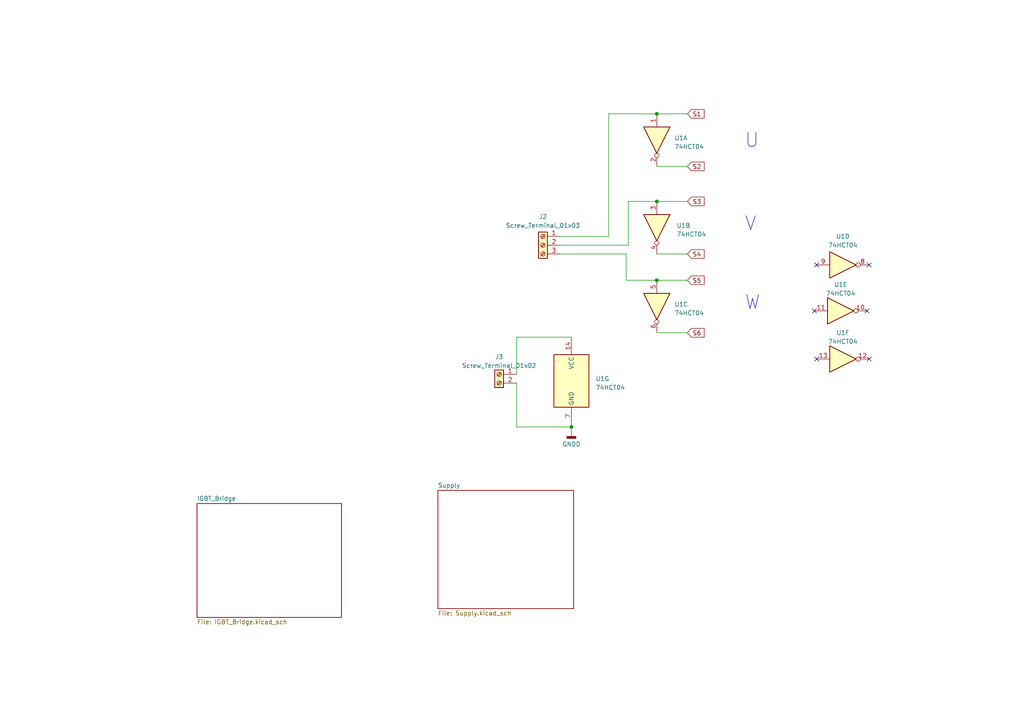
<source format=kicad_sch>
(kicad_sch (version 20230121) (generator eeschema)

  (uuid d654f645-a84e-4d76-9dd7-4a886e02c083)

  (paper "A4")

  (lib_symbols
    (symbol "74xx:74HCT04" (in_bom yes) (on_board yes)
      (property "Reference" "U" (at 0 1.27 0)
        (effects (font (size 1.27 1.27)))
      )
      (property "Value" "74HCT04" (at 0 -1.27 0)
        (effects (font (size 1.27 1.27)))
      )
      (property "Footprint" "" (at 0 0 0)
        (effects (font (size 1.27 1.27)) hide)
      )
      (property "Datasheet" "https://assets.nexperia.com/documents/data-sheet/74HC_HCT04.pdf" (at 0 0 0)
        (effects (font (size 1.27 1.27)) hide)
      )
      (property "ki_locked" "" (at 0 0 0)
        (effects (font (size 1.27 1.27)))
      )
      (property "ki_keywords" "HCTMOS not inv" (at 0 0 0)
        (effects (font (size 1.27 1.27)) hide)
      )
      (property "ki_description" "Hex Inverter" (at 0 0 0)
        (effects (font (size 1.27 1.27)) hide)
      )
      (property "ki_fp_filters" "DIP*W7.62mm* SSOP?14* TSSOP?14*" (at 0 0 0)
        (effects (font (size 1.27 1.27)) hide)
      )
      (symbol "74HCT04_1_0"
        (polyline
          (pts
            (xy -3.81 3.81)
            (xy -3.81 -3.81)
            (xy 3.81 0)
            (xy -3.81 3.81)
          )
          (stroke (width 0.254) (type default))
          (fill (type background))
        )
        (pin input line (at -7.62 0 0) (length 3.81)
          (name "~" (effects (font (size 1.27 1.27))))
          (number "1" (effects (font (size 1.27 1.27))))
        )
        (pin output inverted (at 7.62 0 180) (length 3.81)
          (name "~" (effects (font (size 1.27 1.27))))
          (number "2" (effects (font (size 1.27 1.27))))
        )
      )
      (symbol "74HCT04_2_0"
        (polyline
          (pts
            (xy -3.81 3.81)
            (xy -3.81 -3.81)
            (xy 3.81 0)
            (xy -3.81 3.81)
          )
          (stroke (width 0.254) (type default))
          (fill (type background))
        )
        (pin input line (at -7.62 0 0) (length 3.81)
          (name "~" (effects (font (size 1.27 1.27))))
          (number "3" (effects (font (size 1.27 1.27))))
        )
        (pin output inverted (at 7.62 0 180) (length 3.81)
          (name "~" (effects (font (size 1.27 1.27))))
          (number "4" (effects (font (size 1.27 1.27))))
        )
      )
      (symbol "74HCT04_3_0"
        (polyline
          (pts
            (xy -3.81 3.81)
            (xy -3.81 -3.81)
            (xy 3.81 0)
            (xy -3.81 3.81)
          )
          (stroke (width 0.254) (type default))
          (fill (type background))
        )
        (pin input line (at -7.62 0 0) (length 3.81)
          (name "~" (effects (font (size 1.27 1.27))))
          (number "5" (effects (font (size 1.27 1.27))))
        )
        (pin output inverted (at 7.62 0 180) (length 3.81)
          (name "~" (effects (font (size 1.27 1.27))))
          (number "6" (effects (font (size 1.27 1.27))))
        )
      )
      (symbol "74HCT04_4_0"
        (polyline
          (pts
            (xy -3.81 3.81)
            (xy -3.81 -3.81)
            (xy 3.81 0)
            (xy -3.81 3.81)
          )
          (stroke (width 0.254) (type default))
          (fill (type background))
        )
        (pin output inverted (at 7.62 0 180) (length 3.81)
          (name "~" (effects (font (size 1.27 1.27))))
          (number "8" (effects (font (size 1.27 1.27))))
        )
        (pin input line (at -7.62 0 0) (length 3.81)
          (name "~" (effects (font (size 1.27 1.27))))
          (number "9" (effects (font (size 1.27 1.27))))
        )
      )
      (symbol "74HCT04_5_0"
        (polyline
          (pts
            (xy -3.81 3.81)
            (xy -3.81 -3.81)
            (xy 3.81 0)
            (xy -3.81 3.81)
          )
          (stroke (width 0.254) (type default))
          (fill (type background))
        )
        (pin output inverted (at 7.62 0 180) (length 3.81)
          (name "~" (effects (font (size 1.27 1.27))))
          (number "10" (effects (font (size 1.27 1.27))))
        )
        (pin input line (at -7.62 0 0) (length 3.81)
          (name "~" (effects (font (size 1.27 1.27))))
          (number "11" (effects (font (size 1.27 1.27))))
        )
      )
      (symbol "74HCT04_6_0"
        (polyline
          (pts
            (xy -3.81 3.81)
            (xy -3.81 -3.81)
            (xy 3.81 0)
            (xy -3.81 3.81)
          )
          (stroke (width 0.254) (type default))
          (fill (type background))
        )
        (pin output inverted (at 7.62 0 180) (length 3.81)
          (name "~" (effects (font (size 1.27 1.27))))
          (number "12" (effects (font (size 1.27 1.27))))
        )
        (pin input line (at -7.62 0 0) (length 3.81)
          (name "~" (effects (font (size 1.27 1.27))))
          (number "13" (effects (font (size 1.27 1.27))))
        )
      )
      (symbol "74HCT04_7_0"
        (pin power_in line (at 0 12.7 270) (length 5.08)
          (name "VCC" (effects (font (size 1.27 1.27))))
          (number "14" (effects (font (size 1.27 1.27))))
        )
        (pin power_in line (at 0 -12.7 90) (length 5.08)
          (name "GND" (effects (font (size 1.27 1.27))))
          (number "7" (effects (font (size 1.27 1.27))))
        )
      )
      (symbol "74HCT04_7_1"
        (rectangle (start -5.08 7.62) (end 5.08 -7.62)
          (stroke (width 0.254) (type default))
          (fill (type background))
        )
      )
    )
    (symbol "Connector:Screw_Terminal_01x02" (pin_names (offset 1.016) hide) (in_bom yes) (on_board yes)
      (property "Reference" "J" (at 0 2.54 0)
        (effects (font (size 1.27 1.27)))
      )
      (property "Value" "Screw_Terminal_01x02" (at 0 -5.08 0)
        (effects (font (size 1.27 1.27)))
      )
      (property "Footprint" "" (at 0 0 0)
        (effects (font (size 1.27 1.27)) hide)
      )
      (property "Datasheet" "~" (at 0 0 0)
        (effects (font (size 1.27 1.27)) hide)
      )
      (property "ki_keywords" "screw terminal" (at 0 0 0)
        (effects (font (size 1.27 1.27)) hide)
      )
      (property "ki_description" "Generic screw terminal, single row, 01x02, script generated (kicad-library-utils/schlib/autogen/connector/)" (at 0 0 0)
        (effects (font (size 1.27 1.27)) hide)
      )
      (property "ki_fp_filters" "TerminalBlock*:*" (at 0 0 0)
        (effects (font (size 1.27 1.27)) hide)
      )
      (symbol "Screw_Terminal_01x02_1_1"
        (rectangle (start -1.27 1.27) (end 1.27 -3.81)
          (stroke (width 0.254) (type default))
          (fill (type background))
        )
        (circle (center 0 -2.54) (radius 0.635)
          (stroke (width 0.1524) (type default))
          (fill (type none))
        )
        (polyline
          (pts
            (xy -0.5334 -2.2098)
            (xy 0.3302 -3.048)
          )
          (stroke (width 0.1524) (type default))
          (fill (type none))
        )
        (polyline
          (pts
            (xy -0.5334 0.3302)
            (xy 0.3302 -0.508)
          )
          (stroke (width 0.1524) (type default))
          (fill (type none))
        )
        (polyline
          (pts
            (xy -0.3556 -2.032)
            (xy 0.508 -2.8702)
          )
          (stroke (width 0.1524) (type default))
          (fill (type none))
        )
        (polyline
          (pts
            (xy -0.3556 0.508)
            (xy 0.508 -0.3302)
          )
          (stroke (width 0.1524) (type default))
          (fill (type none))
        )
        (circle (center 0 0) (radius 0.635)
          (stroke (width 0.1524) (type default))
          (fill (type none))
        )
        (pin passive line (at -5.08 0 0) (length 3.81)
          (name "Pin_1" (effects (font (size 1.27 1.27))))
          (number "1" (effects (font (size 1.27 1.27))))
        )
        (pin passive line (at -5.08 -2.54 0) (length 3.81)
          (name "Pin_2" (effects (font (size 1.27 1.27))))
          (number "2" (effects (font (size 1.27 1.27))))
        )
      )
    )
    (symbol "Connector:Screw_Terminal_01x03" (pin_names (offset 1.016) hide) (in_bom yes) (on_board yes)
      (property "Reference" "J" (at 0 5.08 0)
        (effects (font (size 1.27 1.27)))
      )
      (property "Value" "Screw_Terminal_01x03" (at 0 -5.08 0)
        (effects (font (size 1.27 1.27)))
      )
      (property "Footprint" "" (at 0 0 0)
        (effects (font (size 1.27 1.27)) hide)
      )
      (property "Datasheet" "~" (at 0 0 0)
        (effects (font (size 1.27 1.27)) hide)
      )
      (property "ki_keywords" "screw terminal" (at 0 0 0)
        (effects (font (size 1.27 1.27)) hide)
      )
      (property "ki_description" "Generic screw terminal, single row, 01x03, script generated (kicad-library-utils/schlib/autogen/connector/)" (at 0 0 0)
        (effects (font (size 1.27 1.27)) hide)
      )
      (property "ki_fp_filters" "TerminalBlock*:*" (at 0 0 0)
        (effects (font (size 1.27 1.27)) hide)
      )
      (symbol "Screw_Terminal_01x03_1_1"
        (rectangle (start -1.27 3.81) (end 1.27 -3.81)
          (stroke (width 0.254) (type default))
          (fill (type background))
        )
        (circle (center 0 -2.54) (radius 0.635)
          (stroke (width 0.1524) (type default))
          (fill (type none))
        )
        (polyline
          (pts
            (xy -0.5334 -2.2098)
            (xy 0.3302 -3.048)
          )
          (stroke (width 0.1524) (type default))
          (fill (type none))
        )
        (polyline
          (pts
            (xy -0.5334 0.3302)
            (xy 0.3302 -0.508)
          )
          (stroke (width 0.1524) (type default))
          (fill (type none))
        )
        (polyline
          (pts
            (xy -0.5334 2.8702)
            (xy 0.3302 2.032)
          )
          (stroke (width 0.1524) (type default))
          (fill (type none))
        )
        (polyline
          (pts
            (xy -0.3556 -2.032)
            (xy 0.508 -2.8702)
          )
          (stroke (width 0.1524) (type default))
          (fill (type none))
        )
        (polyline
          (pts
            (xy -0.3556 0.508)
            (xy 0.508 -0.3302)
          )
          (stroke (width 0.1524) (type default))
          (fill (type none))
        )
        (polyline
          (pts
            (xy -0.3556 3.048)
            (xy 0.508 2.2098)
          )
          (stroke (width 0.1524) (type default))
          (fill (type none))
        )
        (circle (center 0 0) (radius 0.635)
          (stroke (width 0.1524) (type default))
          (fill (type none))
        )
        (circle (center 0 2.54) (radius 0.635)
          (stroke (width 0.1524) (type default))
          (fill (type none))
        )
        (pin passive line (at -5.08 2.54 0) (length 3.81)
          (name "Pin_1" (effects (font (size 1.27 1.27))))
          (number "1" (effects (font (size 1.27 1.27))))
        )
        (pin passive line (at -5.08 0 0) (length 3.81)
          (name "Pin_2" (effects (font (size 1.27 1.27))))
          (number "2" (effects (font (size 1.27 1.27))))
        )
        (pin passive line (at -5.08 -2.54 0) (length 3.81)
          (name "Pin_3" (effects (font (size 1.27 1.27))))
          (number "3" (effects (font (size 1.27 1.27))))
        )
      )
    )
    (symbol "power:GNDD" (power) (pin_names (offset 0)) (in_bom yes) (on_board yes)
      (property "Reference" "#PWR" (at 0 -6.35 0)
        (effects (font (size 1.27 1.27)) hide)
      )
      (property "Value" "GNDD" (at 0 -3.175 0)
        (effects (font (size 1.27 1.27)))
      )
      (property "Footprint" "" (at 0 0 0)
        (effects (font (size 1.27 1.27)) hide)
      )
      (property "Datasheet" "" (at 0 0 0)
        (effects (font (size 1.27 1.27)) hide)
      )
      (property "ki_keywords" "global power" (at 0 0 0)
        (effects (font (size 1.27 1.27)) hide)
      )
      (property "ki_description" "Power symbol creates a global label with name \"GNDD\" , digital ground" (at 0 0 0)
        (effects (font (size 1.27 1.27)) hide)
      )
      (symbol "GNDD_0_1"
        (rectangle (start -1.27 -1.524) (end 1.27 -2.032)
          (stroke (width 0.254) (type default))
          (fill (type outline))
        )
        (polyline
          (pts
            (xy 0 0)
            (xy 0 -1.524)
          )
          (stroke (width 0) (type default))
          (fill (type none))
        )
      )
      (symbol "GNDD_1_1"
        (pin power_in line (at 0 0 270) (length 0) hide
          (name "GNDD" (effects (font (size 1.27 1.27))))
          (number "1" (effects (font (size 1.27 1.27))))
        )
      )
    )
  )

  (junction (at 190.5 58.42) (diameter 0) (color 0 0 0 0)
    (uuid 2b2b176f-1687-4ca0-8c8d-56934bece40e)
  )
  (junction (at 190.5 33.02) (diameter 0) (color 0 0 0 0)
    (uuid 2ff4098d-f004-4d7a-89dd-14b76656ec31)
  )
  (junction (at 190.5 81.28) (diameter 0) (color 0 0 0 0)
    (uuid cd9c87c3-b869-42cd-ab22-205edbbda45d)
  )
  (junction (at 165.735 123.825) (diameter 0) (color 0 0 0 0)
    (uuid e56009ca-2ef1-400a-8185-2ca51421729b)
  )

  (no_connect (at 236.22 90.17) (uuid 0d37b93a-8763-46ca-9991-275bac8c0332))
  (no_connect (at 252.095 104.14) (uuid 62e28333-6505-4280-9775-b12af5c4b48f))
  (no_connect (at 236.855 104.14) (uuid 7e7aa57c-4061-4e7b-b91d-7f695d920799))
  (no_connect (at 236.855 76.835) (uuid 98e7a979-058e-4d3b-99de-84caa3ba05b1))
  (no_connect (at 251.46 90.17) (uuid 9f08dd0d-ee50-48d2-954e-1334e7cfd0e0))
  (no_connect (at 252.095 76.835) (uuid f02c5a1f-b521-41c6-b162-f4499e967193))

  (wire (pts (xy 190.5 48.26) (xy 199.39 48.26))
    (stroke (width 0) (type default))
    (uuid 0510a2e6-535f-4da9-998d-3337a21dcfb9)
  )
  (wire (pts (xy 190.5 58.42) (xy 199.39 58.42))
    (stroke (width 0) (type default))
    (uuid 0c57de4d-0927-4785-99eb-54c1c91b40db)
  )
  (wire (pts (xy 190.5 81.28) (xy 199.39 81.28))
    (stroke (width 0) (type default))
    (uuid 18b2c801-c4ce-46d7-86b2-f5816176551d)
  )
  (wire (pts (xy 162.56 71.12) (xy 182.245 71.12))
    (stroke (width 0) (type default))
    (uuid 2cd41033-08e4-4155-a2f7-c9fbd4edeef4)
  )
  (wire (pts (xy 181.61 81.28) (xy 190.5 81.28))
    (stroke (width 0) (type default))
    (uuid 43597d7c-312a-46e8-a7d1-a34a2a75a28b)
  )
  (wire (pts (xy 182.245 71.12) (xy 182.245 58.42))
    (stroke (width 0) (type default))
    (uuid 61bd37bf-358a-4329-9133-7aa5b843f000)
  )
  (wire (pts (xy 190.5 96.52) (xy 199.39 96.52))
    (stroke (width 0) (type default))
    (uuid 66206344-c122-4bb8-a24c-7324ca52c3bc)
  )
  (wire (pts (xy 190.5 73.66) (xy 199.39 73.66))
    (stroke (width 0) (type default))
    (uuid 6885cdcd-4d00-42cd-8d32-8b3bc80d2e48)
  )
  (wire (pts (xy 149.86 97.79) (xy 165.735 97.79))
    (stroke (width 0) (type default))
    (uuid 7f777728-29b7-4fea-8fbc-d61d4bbc13dd)
  )
  (wire (pts (xy 176.53 68.58) (xy 176.53 33.02))
    (stroke (width 0) (type default))
    (uuid 80008653-8e04-48d0-b6bd-b4228f009437)
  )
  (wire (pts (xy 182.245 58.42) (xy 190.5 58.42))
    (stroke (width 0) (type default))
    (uuid 8d004c15-605d-4b43-ba9f-49b1eb3fd037)
  )
  (wire (pts (xy 149.86 111.125) (xy 149.86 123.825))
    (stroke (width 0) (type default))
    (uuid 8f6e1bdc-957e-4a14-87fa-b94463d91040)
  )
  (wire (pts (xy 181.61 73.66) (xy 181.61 81.28))
    (stroke (width 0) (type default))
    (uuid 94b1bab3-7899-48f2-8d73-60e0c6b3be41)
  )
  (wire (pts (xy 162.56 68.58) (xy 176.53 68.58))
    (stroke (width 0) (type default))
    (uuid 975fb067-ece9-43a6-a0b7-87c6d35ab9bd)
  )
  (wire (pts (xy 149.86 108.585) (xy 149.86 97.79))
    (stroke (width 0) (type default))
    (uuid af19df71-d238-4bba-bbdc-def56af2f6f3)
  )
  (wire (pts (xy 165.735 123.825) (xy 165.735 123.19))
    (stroke (width 0) (type default))
    (uuid c81f085e-33a7-4bcf-b486-57181d8eb2ea)
  )
  (wire (pts (xy 162.56 73.66) (xy 181.61 73.66))
    (stroke (width 0) (type default))
    (uuid eadb728b-54ba-471d-9fbd-3b9234c5dc4f)
  )
  (wire (pts (xy 165.735 125.095) (xy 165.735 123.825))
    (stroke (width 0) (type default))
    (uuid eb6731c0-36e7-4ba3-957c-af836b435324)
  )
  (wire (pts (xy 190.5 33.02) (xy 199.39 33.02))
    (stroke (width 0) (type default))
    (uuid ecf8b335-3b85-40e3-91ca-b868765cacbf)
  )
  (wire (pts (xy 176.53 33.02) (xy 190.5 33.02))
    (stroke (width 0) (type default))
    (uuid fb9bed03-aaf3-4e59-a000-7698ca47d131)
  )
  (wire (pts (xy 149.86 123.825) (xy 165.735 123.825))
    (stroke (width 0) (type default))
    (uuid fd50c573-2246-4833-a9ba-bfa166bdab7d)
  )

  (text "U" (at 215.9 43.18 0)
    (effects (font (size 4 4)) (justify left bottom))
    (uuid 83cf44bb-9a4d-4398-8251-649fd6ce6052)
  )
  (text "W" (at 215.9 90.17 0)
    (effects (font (size 4 4)) (justify left bottom))
    (uuid abc67efb-53e9-4d14-a09f-d118501bcc0e)
  )
  (text "V" (at 215.9 67.31 0)
    (effects (font (size 4 4)) (justify left bottom))
    (uuid d30e5781-c7f1-4abb-85e9-1c9462a08652)
  )

  (global_label "S2" (shape input) (at 199.39 48.26 0) (fields_autoplaced)
    (effects (font (size 1.27 1.27)) (justify left))
    (uuid 0234db8d-245a-408a-9887-7adfc1eb9606)
    (property "Intersheetrefs" "${INTERSHEET_REFS}" (at 204.7148 48.26 0)
      (effects (font (size 1.27 1.27)) (justify left) hide)
    )
  )
  (global_label "S6" (shape input) (at 199.39 96.52 0) (fields_autoplaced)
    (effects (font (size 1.27 1.27)) (justify left))
    (uuid 0da35589-3d46-41a0-bf5a-a85a40ee4fc3)
    (property "Intersheetrefs" "${INTERSHEET_REFS}" (at 204.7148 96.52 0)
      (effects (font (size 1.27 1.27)) (justify left) hide)
    )
  )
  (global_label "S4" (shape input) (at 199.39 73.66 0) (fields_autoplaced)
    (effects (font (size 1.27 1.27)) (justify left))
    (uuid 842debe2-c513-4b55-ba46-e5a8c2e63afb)
    (property "Intersheetrefs" "${INTERSHEET_REFS}" (at 204.7148 73.66 0)
      (effects (font (size 1.27 1.27)) (justify left) hide)
    )
  )
  (global_label "S3" (shape input) (at 199.39 58.42 0) (fields_autoplaced)
    (effects (font (size 1.27 1.27)) (justify left))
    (uuid c8c2e90b-d44d-4ed1-ba1b-1f84e4b6a771)
    (property "Intersheetrefs" "${INTERSHEET_REFS}" (at 204.7148 58.42 0)
      (effects (font (size 1.27 1.27)) (justify left) hide)
    )
  )
  (global_label "S5" (shape input) (at 199.39 81.28 0) (fields_autoplaced)
    (effects (font (size 1.27 1.27)) (justify left))
    (uuid cff58683-c4d4-45bc-8cf2-36b664e857a3)
    (property "Intersheetrefs" "${INTERSHEET_REFS}" (at 204.7148 81.28 0)
      (effects (font (size 1.27 1.27)) (justify left) hide)
    )
  )
  (global_label "S1" (shape input) (at 199.39 33.02 0) (fields_autoplaced)
    (effects (font (size 1.27 1.27)) (justify left))
    (uuid ee76680a-cd5b-4615-afb1-6aebcf5a0f6c)
    (property "Intersheetrefs" "${INTERSHEET_REFS}" (at 204.7148 33.02 0)
      (effects (font (size 1.27 1.27)) (justify left) hide)
    )
  )

  (symbol (lib_id "74xx:74HCT04") (at 165.735 110.49 0) (unit 7)
    (in_bom yes) (on_board yes) (dnp no) (fields_autoplaced)
    (uuid 08a848ff-4129-4704-8a7f-660c8ccae8b1)
    (property "Reference" "U1" (at 172.72 109.855 0)
      (effects (font (size 1.27 1.27)) (justify left))
    )
    (property "Value" "74HCT04" (at 172.72 112.395 0)
      (effects (font (size 1.27 1.27)) (justify left))
    )
    (property "Footprint" "Package_DIP:DIP-14_W7.62mm_LongPads" (at 165.735 110.49 0)
      (effects (font (size 1.27 1.27)) hide)
    )
    (property "Datasheet" "https://assets.nexperia.com/documents/data-sheet/74HC_HCT04.pdf" (at 165.735 110.49 0)
      (effects (font (size 1.27 1.27)) hide)
    )
    (pin "1" (uuid 80215921-4e82-4dfe-9995-c2be89f244d8))
    (pin "2" (uuid 156fc08a-bb3c-43f6-9b0f-efd250ea5030))
    (pin "3" (uuid 181e628a-1848-4a4d-be87-38545abb4a5d))
    (pin "4" (uuid 2ffba17d-6367-415b-acc1-be4d7d6f1086))
    (pin "5" (uuid ca665c76-1c6e-4d0a-8e59-eb1f301a33d2))
    (pin "6" (uuid 25ea9ff2-baf4-4666-8df8-2f758836df62))
    (pin "8" (uuid 8c73ea19-89de-4f24-a8c1-06d9b81cb5d6))
    (pin "9" (uuid 21f47b3e-a5d7-4bd4-8759-32e266a56128))
    (pin "10" (uuid cf5752e4-17b1-48b5-a949-dd29cb5dfc04))
    (pin "11" (uuid a0817e40-c51c-4e0f-9ebe-99d9d0fbd35d))
    (pin "12" (uuid 88f7b22c-6d01-49a9-b876-19bea12391cd))
    (pin "13" (uuid b3efcbd6-5011-44fb-8d17-a4767221dbae))
    (pin "14" (uuid 328ce3a1-238d-46b3-b62e-b4788e43d8fc))
    (pin "7" (uuid d6b987a7-8fcf-4365-bed4-d35a005d59ea))
    (instances
      (project "motor_driver"
        (path "/d654f645-a84e-4d76-9dd7-4a886e02c083"
          (reference "U1") (unit 7)
        )
      )
    )
  )

  (symbol (lib_id "Connector:Screw_Terminal_01x03") (at 157.48 71.12 0) (mirror y) (unit 1)
    (in_bom yes) (on_board yes) (dnp no) (fields_autoplaced)
    (uuid 292866bf-68de-429d-b81f-2632cd66193d)
    (property "Reference" "J2" (at 157.48 62.865 0)
      (effects (font (size 1.27 1.27)))
    )
    (property "Value" "Screw_Terminal_01x03" (at 157.48 65.405 0)
      (effects (font (size 1.27 1.27)))
    )
    (property "Footprint" "TerminalBlock_Dinkle:TerminalBlock_Dinkle_DT-55-B01X-03_P10.00mm" (at 157.48 71.12 0)
      (effects (font (size 1.27 1.27)) hide)
    )
    (property "Datasheet" "~" (at 157.48 71.12 0)
      (effects (font (size 1.27 1.27)) hide)
    )
    (pin "1" (uuid ebc64e4c-4c60-4a43-b122-ef2235fa561a))
    (pin "2" (uuid f226ee3a-f28c-4946-ba04-73b494448e99))
    (pin "3" (uuid a735147f-8deb-42ba-b491-6bd73bf4691c))
    (instances
      (project "motor_driver"
        (path "/d654f645-a84e-4d76-9dd7-4a886e02c083"
          (reference "J2") (unit 1)
        )
      )
    )
  )

  (symbol (lib_id "Connector:Screw_Terminal_01x02") (at 144.78 108.585 0) (mirror y) (unit 1)
    (in_bom yes) (on_board yes) (dnp no) (fields_autoplaced)
    (uuid 44335ca6-adc4-4723-b15b-3ef60d723721)
    (property "Reference" "J3" (at 144.78 103.505 0)
      (effects (font (size 1.27 1.27)))
    )
    (property "Value" "Screw_Terminal_01x02" (at 144.78 106.045 0)
      (effects (font (size 1.27 1.27)))
    )
    (property "Footprint" "TerminalBlock_Dinkle:TerminalBlock_Dinkle_DT-55-B01X-02_P10.00mm" (at 144.78 108.585 0)
      (effects (font (size 1.27 1.27)) hide)
    )
    (property "Datasheet" "~" (at 144.78 108.585 0)
      (effects (font (size 1.27 1.27)) hide)
    )
    (pin "1" (uuid 53a2df81-1875-4038-a7b8-f30946940309))
    (pin "2" (uuid 17a813c1-b3c8-43c0-840b-40870a31cd5e))
    (instances
      (project "motor_driver"
        (path "/d654f645-a84e-4d76-9dd7-4a886e02c083"
          (reference "J3") (unit 1)
        )
      )
    )
  )

  (symbol (lib_id "74xx:74HCT04") (at 190.5 66.04 270) (unit 2)
    (in_bom yes) (on_board yes) (dnp no) (fields_autoplaced)
    (uuid 4f4f84c9-0dab-45c2-bcb5-5cf6df6ab760)
    (property "Reference" "U1" (at 196.215 65.405 90)
      (effects (font (size 1.27 1.27)) (justify left))
    )
    (property "Value" "74HCT04" (at 196.215 67.945 90)
      (effects (font (size 1.27 1.27)) (justify left))
    )
    (property "Footprint" "Package_DIP:DIP-14_W7.62mm_LongPads" (at 190.5 66.04 0)
      (effects (font (size 1.27 1.27)) hide)
    )
    (property "Datasheet" "https://assets.nexperia.com/documents/data-sheet/74HC_HCT04.pdf" (at 190.5 66.04 0)
      (effects (font (size 1.27 1.27)) hide)
    )
    (pin "1" (uuid 8fb08fe4-504c-4dcc-82d0-6b6021fb9d25))
    (pin "2" (uuid 25559471-4a3b-42d1-bff0-52c93d4a6484))
    (pin "3" (uuid ee47c979-dd24-486e-bf75-2dd88fcf0572))
    (pin "4" (uuid e7385f22-9cfe-4aca-b974-bbd4dbdb898d))
    (pin "5" (uuid 425afebd-fddc-4d44-8d9f-8e921e985d74))
    (pin "6" (uuid 1ff2a6b5-430c-4b88-9a5c-9fc31f56a6de))
    (pin "8" (uuid b22bd7ab-7230-44ba-baf1-9d37bd04bd5c))
    (pin "9" (uuid fe0a3e52-c719-46a8-82c3-dbe746efdd64))
    (pin "10" (uuid cbde67d4-4bd7-42fd-9aed-e7c2afe591b6))
    (pin "11" (uuid 96e6dd00-a793-4681-ac05-e49825bf0ced))
    (pin "12" (uuid 72671cbf-b9c9-4578-9a86-10ff8ccba549))
    (pin "13" (uuid f7a48724-bb0d-42bb-a6c2-d44007222af3))
    (pin "14" (uuid c2bd56ea-33b7-43d2-895f-a2891edeeac1))
    (pin "7" (uuid 2f9fcf77-78ac-4e17-9d34-22b1ad2e7d07))
    (instances
      (project "motor_driver"
        (path "/d654f645-a84e-4d76-9dd7-4a886e02c083"
          (reference "U1") (unit 2)
        )
      )
    )
  )

  (symbol (lib_id "74xx:74HCT04") (at 244.475 104.14 0) (unit 6)
    (in_bom yes) (on_board yes) (dnp no) (fields_autoplaced)
    (uuid 5c3276a5-8e70-436c-9e6c-6e74ef786bbf)
    (property "Reference" "U1" (at 244.475 96.52 0)
      (effects (font (size 1.27 1.27)))
    )
    (property "Value" "74HCT04" (at 244.475 99.06 0)
      (effects (font (size 1.27 1.27)))
    )
    (property "Footprint" "Package_DIP:DIP-14_W7.62mm_LongPads" (at 244.475 104.14 0)
      (effects (font (size 1.27 1.27)) hide)
    )
    (property "Datasheet" "https://assets.nexperia.com/documents/data-sheet/74HC_HCT04.pdf" (at 244.475 104.14 0)
      (effects (font (size 1.27 1.27)) hide)
    )
    (pin "1" (uuid 2dd58a88-3645-43af-b3a3-a7c726f987ae))
    (pin "2" (uuid a6344e02-6be8-45db-86b8-46b71a211228))
    (pin "3" (uuid 2e3cfe9a-43df-4354-bfd2-a99e1a262f69))
    (pin "4" (uuid cd6a2a34-83cb-46d7-bd6c-4cd867616f71))
    (pin "5" (uuid 84bc1278-1717-44fa-9a6d-06349d996dbb))
    (pin "6" (uuid 8ca776ae-5358-4f25-8b57-c7aea7673628))
    (pin "8" (uuid 7b05c1ae-78be-4360-9479-56cf3ca4f3bd))
    (pin "9" (uuid 31d3298b-a150-4b34-b308-bbe78429e579))
    (pin "10" (uuid 622ce3a8-28dc-417c-a244-54c4a05e3864))
    (pin "11" (uuid c6a44016-d2d8-46e4-ad3d-4a41a898a0e9))
    (pin "12" (uuid da823abf-27ec-4d82-af40-ee3b27ffdb57))
    (pin "13" (uuid c8535700-0428-47f0-92e4-879dc92a55cf))
    (pin "14" (uuid 24dd28d0-eff5-4ed7-8440-ce74e1e56714))
    (pin "7" (uuid 923c623b-9d6c-44a4-b4ef-928abefa6e75))
    (instances
      (project "motor_driver"
        (path "/d654f645-a84e-4d76-9dd7-4a886e02c083"
          (reference "U1") (unit 6)
        )
      )
    )
  )

  (symbol (lib_id "74xx:74HCT04") (at 244.475 76.835 0) (unit 4)
    (in_bom yes) (on_board yes) (dnp no) (fields_autoplaced)
    (uuid 7dff3f8b-2236-49ac-b27f-36c85f991e3e)
    (property "Reference" "U1" (at 244.475 68.58 0)
      (effects (font (size 1.27 1.27)))
    )
    (property "Value" "74HCT04" (at 244.475 71.12 0)
      (effects (font (size 1.27 1.27)))
    )
    (property "Footprint" "Package_DIP:DIP-14_W7.62mm_LongPads" (at 244.475 76.835 0)
      (effects (font (size 1.27 1.27)) hide)
    )
    (property "Datasheet" "https://assets.nexperia.com/documents/data-sheet/74HC_HCT04.pdf" (at 244.475 76.835 0)
      (effects (font (size 1.27 1.27)) hide)
    )
    (pin "1" (uuid 8b9b2ed6-6b92-4e7e-b9f1-036115c67dba))
    (pin "2" (uuid e1203df4-af4f-4ddc-9188-f9cf0dac1c3f))
    (pin "3" (uuid 92ddd7ee-53f5-473e-9de1-0bef3054f150))
    (pin "4" (uuid f9a9928d-d71e-413c-ad89-0000192ecc5b))
    (pin "5" (uuid f117d082-a2cd-417b-ad1e-02b9295b29e5))
    (pin "6" (uuid 11b1dbd4-125f-47d5-8407-4f6a0f4488e3))
    (pin "8" (uuid b2ba13d5-0d45-4ef3-a3ee-f7607c01ca81))
    (pin "9" (uuid 940447a2-e2a5-4846-b689-6928c131a67e))
    (pin "10" (uuid 94a5a1eb-f4d7-4a31-9383-69512207082b))
    (pin "11" (uuid 99debc38-e130-4cba-a4f7-a433fe724fbc))
    (pin "12" (uuid 7beea45a-8054-49b6-8800-eee50abc831a))
    (pin "13" (uuid aec42378-7431-4309-b5bb-8103bf5b3a1e))
    (pin "14" (uuid 6d397280-3475-4c7c-b8bc-f9381a3c5189))
    (pin "7" (uuid a4b402d2-84ac-45e1-aea2-48ec79113ec2))
    (instances
      (project "motor_driver"
        (path "/d654f645-a84e-4d76-9dd7-4a886e02c083"
          (reference "U1") (unit 4)
        )
      )
    )
  )

  (symbol (lib_id "74xx:74HCT04") (at 190.5 88.9 270) (unit 3)
    (in_bom yes) (on_board yes) (dnp no) (fields_autoplaced)
    (uuid 7f0c0d43-0091-4f25-b5da-00f8f8d3ea90)
    (property "Reference" "U1" (at 195.58 88.265 90)
      (effects (font (size 1.27 1.27)) (justify left))
    )
    (property "Value" "74HCT04" (at 195.58 90.805 90)
      (effects (font (size 1.27 1.27)) (justify left))
    )
    (property "Footprint" "Package_DIP:DIP-14_W7.62mm_LongPads" (at 190.5 88.9 0)
      (effects (font (size 1.27 1.27)) hide)
    )
    (property "Datasheet" "https://assets.nexperia.com/documents/data-sheet/74HC_HCT04.pdf" (at 190.5 88.9 0)
      (effects (font (size 1.27 1.27)) hide)
    )
    (pin "1" (uuid 73a5ed49-27d1-483d-82a1-733d1dec0dab))
    (pin "2" (uuid 0d916576-d699-4cb9-93bf-6eb058c7a4ff))
    (pin "3" (uuid d3595368-7d14-47e0-8832-1f23f228bd12))
    (pin "4" (uuid 76d0a47a-510f-447e-85b6-876a679ee4f9))
    (pin "5" (uuid 8f8640c0-5b69-4103-b6e2-75194adefafd))
    (pin "6" (uuid 545e42d2-6f2e-4d9d-866d-ceae9fc0928b))
    (pin "8" (uuid fd951a9d-e5d7-4d6c-866c-8bff06abebbf))
    (pin "9" (uuid d40fb974-20ea-4018-85f6-f23915b96b35))
    (pin "10" (uuid 25661f5b-edff-4431-a984-69e502cf7311))
    (pin "11" (uuid eb45262a-146c-4cf1-9f0a-c25e5273d549))
    (pin "12" (uuid f5c60fe9-1284-475a-88ef-b212bd42fa6d))
    (pin "13" (uuid 3df2ae0c-39a4-4ea4-a03a-24c677f18728))
    (pin "14" (uuid 8387e3de-e86d-4126-9cde-9ccbc11294fd))
    (pin "7" (uuid da08e3df-9fff-4698-b03d-ec2f116c862a))
    (instances
      (project "motor_driver"
        (path "/d654f645-a84e-4d76-9dd7-4a886e02c083"
          (reference "U1") (unit 3)
        )
      )
    )
  )

  (symbol (lib_id "power:GNDD") (at 165.735 125.095 0) (unit 1)
    (in_bom yes) (on_board yes) (dnp no)
    (uuid b8104811-e11d-4a81-8cc5-8e45a87a1d95)
    (property "Reference" "#PWR010" (at 165.735 131.445 0)
      (effects (font (size 1.27 1.27)) hide)
    )
    (property "Value" "GNDD" (at 165.735 128.8495 0)
      (effects (font (size 1.27 1.27)))
    )
    (property "Footprint" "" (at 165.735 125.095 0)
      (effects (font (size 1.27 1.27)) hide)
    )
    (property "Datasheet" "" (at 165.735 125.095 0)
      (effects (font (size 1.27 1.27)) hide)
    )
    (pin "1" (uuid 1faac0f0-3890-4c52-b31e-7c4f061bf7ec))
    (instances
      (project "motor_driver"
        (path "/d654f645-a84e-4d76-9dd7-4a886e02c083/6c593f8c-f81e-4e0f-a428-320e32fb71c1"
          (reference "#PWR010") (unit 1)
        )
        (path "/d654f645-a84e-4d76-9dd7-4a886e02c083"
          (reference "#PWR021") (unit 1)
        )
      )
    )
  )

  (symbol (lib_id "74xx:74HCT04") (at 190.5 40.64 270) (unit 1)
    (in_bom yes) (on_board yes) (dnp no) (fields_autoplaced)
    (uuid bbc36d67-bdb4-4b43-b5d3-67657ae2aaf8)
    (property "Reference" "U1" (at 195.58 40.005 90)
      (effects (font (size 1.27 1.27)) (justify left))
    )
    (property "Value" "74HCT04" (at 195.58 42.545 90)
      (effects (font (size 1.27 1.27)) (justify left))
    )
    (property "Footprint" "Package_DIP:DIP-14_W7.62mm_LongPads" (at 190.5 40.64 0)
      (effects (font (size 1.27 1.27)) hide)
    )
    (property "Datasheet" "https://assets.nexperia.com/documents/data-sheet/74HC_HCT04.pdf" (at 190.5 40.64 0)
      (effects (font (size 1.27 1.27)) hide)
    )
    (pin "1" (uuid d0c5ee5d-6d5d-4a5e-870a-a522bd46eac8))
    (pin "2" (uuid 3eda5d9f-7bcc-4177-ab4c-5e10372edbfb))
    (pin "3" (uuid b07373a4-133e-4643-936c-672e71dbfae0))
    (pin "4" (uuid 158166b5-d8ee-444f-90b5-d98217424d7d))
    (pin "5" (uuid eadb608a-2d36-49b2-a47e-43fcd7179f03))
    (pin "6" (uuid 17bdb422-fe6b-4975-984a-d51dfcc3ee97))
    (pin "8" (uuid 206442f8-6e49-4f8e-87e4-a9b0c1219b93))
    (pin "9" (uuid c8330e6f-2cbb-4b2e-ae5b-492f7e17274d))
    (pin "10" (uuid 2d089fe0-d31f-47cb-bf01-94b0f3d24d2e))
    (pin "11" (uuid 228de6e2-2273-40e3-a6fe-82cf1607f04b))
    (pin "12" (uuid 6976d545-5fab-4de6-9aeb-3c44c95f7eeb))
    (pin "13" (uuid 1f7aca21-05ab-4c51-9627-fb2823382f2b))
    (pin "14" (uuid b7592c98-4596-444d-88a1-33fab2a04e61))
    (pin "7" (uuid 3f95cc5f-f226-4702-aa75-9a11643260ba))
    (instances
      (project "motor_driver"
        (path "/d654f645-a84e-4d76-9dd7-4a886e02c083"
          (reference "U1") (unit 1)
        )
      )
    )
  )

  (symbol (lib_id "74xx:74HCT04") (at 243.84 90.17 0) (unit 5)
    (in_bom yes) (on_board yes) (dnp no) (fields_autoplaced)
    (uuid f6a0ea6b-6f6e-47dc-bb3a-bc524d758245)
    (property "Reference" "U1" (at 243.84 82.55 0)
      (effects (font (size 1.27 1.27)))
    )
    (property "Value" "74HCT04" (at 243.84 85.09 0)
      (effects (font (size 1.27 1.27)))
    )
    (property "Footprint" "Package_DIP:DIP-14_W7.62mm_LongPads" (at 243.84 90.17 0)
      (effects (font (size 1.27 1.27)) hide)
    )
    (property "Datasheet" "https://assets.nexperia.com/documents/data-sheet/74HC_HCT04.pdf" (at 243.84 90.17 0)
      (effects (font (size 1.27 1.27)) hide)
    )
    (pin "1" (uuid 9efed136-c725-42bc-8bc1-8736b76781ef))
    (pin "2" (uuid 4d91ddb7-acfa-4e01-a6b6-874a97d0f40d))
    (pin "3" (uuid d1b4daa1-fbd5-431e-9e8b-a94c05ad4e67))
    (pin "4" (uuid 26732ebf-057e-432b-a8ff-a5f800e3126c))
    (pin "5" (uuid b748f756-1b46-48c5-94ab-72f38b58f0c1))
    (pin "6" (uuid f9e86e13-982e-4891-8f7f-a8b5acf71390))
    (pin "8" (uuid 6e82e6d2-600b-4346-9f91-a671eb7596ad))
    (pin "9" (uuid f62ecc01-74cb-4a16-bba0-f8b0bc8e04c3))
    (pin "10" (uuid a1bed972-21af-48f4-ac36-8775d950283e))
    (pin "11" (uuid 31c124c1-97f4-4a10-9efa-0851b6a2f7a9))
    (pin "12" (uuid 8cb26bf3-46b9-49f9-a27a-787218a35f03))
    (pin "13" (uuid 32453858-8ee1-489c-8a92-d2fab77303d1))
    (pin "14" (uuid a7f5709e-36e2-4e54-a1d1-d91e24635ebb))
    (pin "7" (uuid 25eb9e49-6111-4e32-9c48-37bf18c3adcb))
    (instances
      (project "motor_driver"
        (path "/d654f645-a84e-4d76-9dd7-4a886e02c083"
          (reference "U1") (unit 5)
        )
      )
    )
  )

  (sheet (at 127 142.24) (size 39.37 34.29) (fields_autoplaced)
    (stroke (width 0.1524) (type solid))
    (fill (color 0 0 0 0.0000))
    (uuid 1345ce0c-c3aa-49c2-9603-4e0f930db6fe)
    (property "Sheetname" "Supply" (at 127 141.5284 0)
      (effects (font (size 1.27 1.27)) (justify left bottom))
    )
    (property "Sheetfile" "Supply.kicad_sch" (at 127 177.1146 0)
      (effects (font (size 1.27 1.27)) (justify left top))
    )
    (property "フィールド2" "" (at 127 142.24 0)
      (effects (font (size 1.27 1.27)) hide)
    )
    (instances
      (project "motor_driver"
        (path "/d654f645-a84e-4d76-9dd7-4a886e02c083" (page "3"))
      )
    )
  )

  (sheet (at 57.15 146.05) (size 41.91 33.02) (fields_autoplaced)
    (stroke (width 0.1524) (type solid))
    (fill (color 0 0 0 0.0000))
    (uuid 6c593f8c-f81e-4e0f-a428-320e32fb71c1)
    (property "Sheetname" "IGBT_Bridge" (at 57.15 145.3384 0)
      (effects (font (size 1.27 1.27)) (justify left bottom))
    )
    (property "Sheetfile" "IGBT_Bridge.kicad_sch" (at 57.15 179.6546 0)
      (effects (font (size 1.27 1.27)) (justify left top))
    )
    (instances
      (project "motor_driver"
        (path "/d654f645-a84e-4d76-9dd7-4a886e02c083" (page "2"))
      )
    )
  )

  (sheet_instances
    (path "/" (page "1"))
  )
)

</source>
